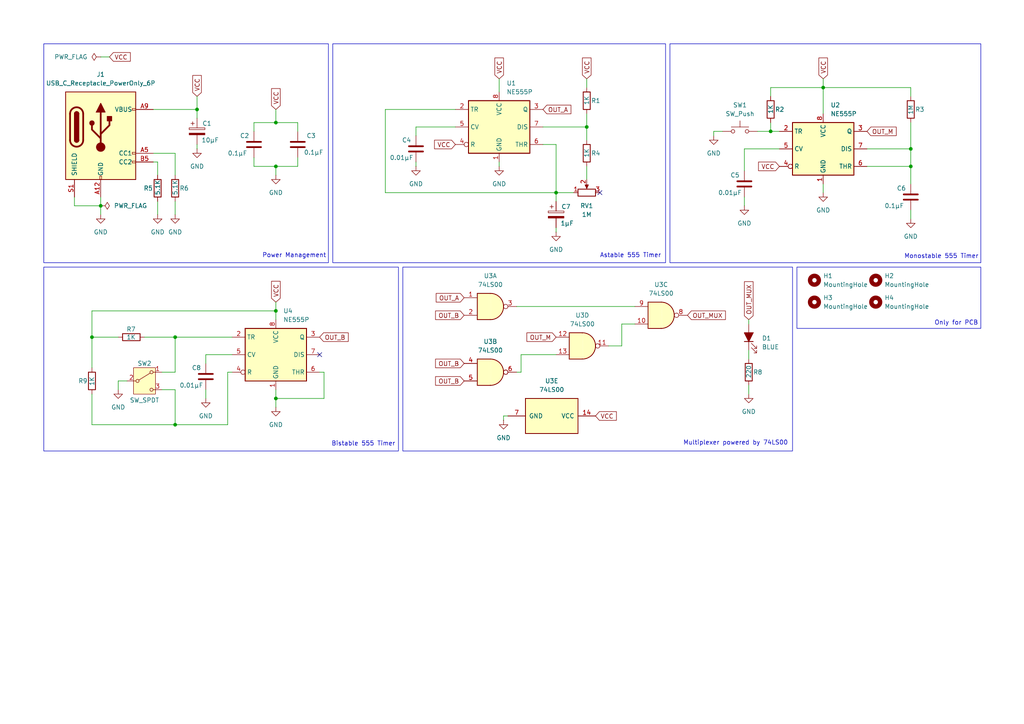
<source format=kicad_sch>
(kicad_sch (version 20250114) (generator "eeschema") (generator_version "9.0")
  (paper "A4")
  (title_block (title "Clock Module powered by 555 Timers") (date "2025-05-01") (rev "v1") (company "Hardware Design by Antonio Bernardini"))
  (lib_symbols
    (symbol "74xx:74LS00" (pin_names (offset 1.016))
      (property "Reference" "U" (at 0 1.27 0))
      (property "Value" "74LS00" (at 0 -1.27 0))
      (symbol "74LS00_1_1"
        (arc (start 0 3.81) (mid 3.7934 0) (end 0 -3.81) (stroke (width 0.254)) (fill (type background)))
        (polyline (pts (xy 0 3.81) (xy -3.81 3.81) (xy -3.81 -3.81) (xy 0 -3.81)) (stroke (width 0.254)) (fill (type background)))
        (pin input line (at -7.62 2.54 0) (length 3.81) (name "~") (number "1"))
        (pin input line (at -7.62 -2.54 0) (length 3.81) (name "~") (number "2"))
        (pin output inverted (at 7.62 0 180) (length 3.81) (name "~") (number "3"))
      )
      (symbol "74LS00_1_2"
        (arc (start -3.81 3.81) (mid -2.589 0) (end -3.81 -3.81) (stroke (width 0.254)))
        (polyline (pts (xy -3.81 3.81) (xy -0.635 3.81)) (stroke (width 0.254)) (fill (type background)))
        (polyline (pts (xy -3.81 -3.81) (xy -0.635 -3.81)) (stroke (width 0.254)) (fill (type background)))
        (arc (start 3.81 0) (mid 2.1855 -2.584) (end -0.6096 -3.81) (stroke (width 0.254)) (fill (type background)))
        (arc (start -0.6096 3.81) (mid 2.1928 2.5924) (end 3.81 0) (stroke (width 0.254)) (fill (type background)))
        (polyline (pts (xy -0.635 3.81) (xy -3.81 3.81) (xy -3.81 3.81) (xy -3.556 3.4036) (xy -3.0226 2.2606) (xy -2.6924 1.0414) (xy -2.6162 -0.254) (xy -2.7686 -1.4986) (xy -3.175 -2.7178) (xy -3.81 -3.81) (xy -3.81 -3.81) (xy -0.635 -3.81)) (stroke (width -25.4)) (fill (type background)))
        (pin input inverted (at -7.62 2.54 0) (length 4.318) (name "~") (number "1"))
        (pin input inverted (at -7.62 -2.54 0) (length 4.318) (name "~") (number "2"))
        (pin output line (at 7.62 0 180) (length 3.81) (name "~") (number "3"))
      )
      (symbol "74LS00_2_1"
        (arc (start 0 3.81) (mid 3.7934 0) (end 0 -3.81) (stroke (width 0.254)) (fill (type background)))
        (polyline (pts (xy 0 3.81) (xy -3.81 3.81) (xy -3.81 -3.81) (xy 0 -3.81)) (stroke (width 0.254)) (fill (type background)))
        (pin input line (at -7.62 2.54 0) (length 3.81) (name "~") (number "4"))
        (pin input line (at -7.62 -2.54 0) (length 3.81) (name "~") (number "5"))
        (pin output inverted (at 7.62 0 180) (length 3.81) (name "~") (number "6"))
      )
      (symbol "74LS00_2_2"
        (arc (start -3.81 3.81) (mid -2.589 0) (end -3.81 -3.81) (stroke (width 0.254)))
        (polyline (pts (xy -3.81 3.81) (xy -0.635 3.81)) (stroke (width 0.254)) (fill (type background)))
        (polyline (pts (xy -3.81 -3.81) (xy -0.635 -3.81)) (stroke (width 0.254)) (fill (type background)))
        (arc (start 3.81 0) (mid 2.1855 -2.584) (end -0.6096 -3.81) (stroke (width 0.254)) (fill (type background)))
        (arc (start -0.6096 3.81) (mid 2.1928 2.5924) (end 3.81 0) (stroke (width 0.254)) (fill (type background)))
        (polyline (pts (xy -0.635 3.81) (xy -3.81 3.81) (xy -3.81 3.81) (xy -3.556 3.4036) (xy -3.0226 2.2606) (xy -2.6924 1.0414) (xy -2.6162 -0.254) (xy -2.7686 -1.4986) (xy -3.175 -2.7178) (xy -3.81 -3.81) (xy -3.81 -3.81) (xy -0.635 -3.81)) (stroke (width -25.4)) (fill (type background)))
        (pin input inverted (at -7.62 2.54 0) (length 4.318) (name "~") (number "4"))
        (pin input inverted (at -7.62 -2.54 0) (length 4.318) (name "~") (number "5"))
        (pin output line (at 7.62 0 180) (length 3.81) (name "~") (number "6"))
      )
      (symbol "74LS00_3_1"
        (arc (start 0 3.81) (mid 3.7934 0) (end 0 -3.81) (stroke (width 0.254)) (fill (type background)))
        (polyline (pts (xy 0 3.81) (xy -3.81 3.81) (xy -3.81 -3.81) (xy 0 -3.81)) (stroke (width 0.254)) (fill (type background)))
        (pin input line (at -7.62 2.54 0) (length 3.81) (name "~") (number "9"))
        (pin input line (at -7.62 -2.54 0) (length 3.81) (name "~") (number "10"))
        (pin output inverted (at 7.62 0 180) (length 3.81) (name "~") (number "8"))
      )
      (symbol "74LS00_3_2"
        (arc (start -3.81 3.81) (mid -2.589 0) (end -3.81 -3.81) (stroke (width 0.254)))
        (polyline (pts (xy -3.81 3.81) (xy -0.635 3.81)) (stroke (width 0.254)) (fill (type background)))
        (polyline (pts (xy -3.81 -3.81) (xy -0.635 -3.81)) (stroke (width 0.254)) (fill (type background)))
        (arc (start 3.81 0) (mid 2.1855 -2.584) (end -0.6096 -3.81) (stroke (width 0.254)) (fill (type background)))
        (arc (start -0.6096 3.81) (mid 2.1928 2.5924) (end 3.81 0) (stroke (width 0.254)) (fill (type background)))
        (polyline (pts (xy -0.635 3.81) (xy -3.81 3.81) (xy -3.81 3.81) (xy -3.556 3.4036) (xy -3.0226 2.2606) (xy -2.6924 1.0414) (xy -2.6162 -0.254) (xy -2.7686 -1.4986) (xy -3.175 -2.7178) (xy -3.81 -3.81) (xy -3.81 -3.81) (xy -0.635 -3.81)) (stroke (width -25.4)) (fill (type background)))
        (pin input inverted (at -7.62 2.54 0) (length 4.318) (name "~") (number "9"))
        (pin input inverted (at -7.62 -2.54 0) (length 4.318) (name "~") (number "10"))
        (pin output line (at 7.62 0 180) (length 3.81) (name "~") (number "8"))
      )
      (symbol "74LS00_4_1"
        (arc (start 0 3.81) (mid 3.7934 0) (end 0 -3.81) (stroke (width 0.254)) (fill (type background)))
        (polyline (pts (xy 0 3.81) (xy -3.81 3.81) (xy -3.81 -3.81) (xy 0 -3.81)) (stroke (width 0.254)) (fill (type background)))
        (pin input line (at -7.62 2.54 0) (length 3.81) (name "~") (number "12"))
        (pin input line (at -7.62 -2.54 0) (length 3.81) (name "~") (number "13"))
        (pin output inverted (at 7.62 0 180) (length 3.81) (name "~") (number "11"))
      )
      (symbol "74LS00_4_2"
        (arc (start -3.81 3.81) (mid -2.589 0) (end -3.81 -3.81) (stroke (width 0.254)))
        (polyline (pts (xy -3.81 3.81) (xy -0.635 3.81)) (stroke (width 0.254)) (fill (type background)))
        (polyline (pts (xy -3.81 -3.81) (xy -0.635 -3.81)) (stroke (width 0.254)) (fill (type background)))
        (arc (start 3.81 0) (mid 2.1855 -2.584) (end -0.6096 -3.81) (stroke (width 0.254)) (fill (type background)))
        (arc (start -0.6096 3.81) (mid 2.1928 2.5924) (end 3.81 0) (stroke (width 0.254)) (fill (type background)))
        (polyline (pts (xy -0.635 3.81) (xy -3.81 3.81) (xy -3.81 3.81) (xy -3.556 3.4036) (xy -3.0226 2.2606) (xy -2.6924 1.0414) (xy -2.6162 -0.254) (xy -2.7686 -1.4986) (xy -3.175 -2.7178) (xy -3.81 -3.81) (xy -3.81 -3.81) (xy -0.635 -3.81)) (stroke (width -25.4)) (fill (type background)))
        (pin input inverted (at -7.62 2.54 0) (length 4.318) (name "~") (number "12"))
        (pin input inverted (at -7.62 -2.54 0) (length 4.318) (name "~") (number "13"))
        (pin output line (at 7.62 0 180) (length 3.81) (name "~") (number "11"))
      )
      (symbol "74LS00_5_0"
        (pin power_in line (at 0 12.7 270) (length 5.08) (name "VCC") (number "14"))
        (pin power_in line (at 0 -12.7 90) (length 5.08) (name "GND") (number "7"))
      )
      (symbol "74LS00_5_1"
        (rectangle (start -5.08 7.62) (end 5.08 -7.62) (stroke (width 0.254)) (fill (type background)))
      )
    )
    (symbol "Connector:USB_C_Receptacle_PowerOnly_6P" (pin_names (offset 1.016))
      (property "Reference" "J" (at 0 16.51 0))
      (property "Value" "USB_C_Receptacle_PowerOnly_6P" (at 0 13.97 0))
      (symbol "USB_C_Receptacle_PowerOnly_6P_0_0"
        (rectangle (start -0.254 -12.7) (end 0.254 -11.684))
        (rectangle (start 10.16 7.874) (end 9.144 7.366))
        (rectangle (start 10.16 -4.826) (end 9.144 -5.334))
        (rectangle (start 10.16 -7.366) (end 9.144 -7.874))
      )
      (symbol "USB_C_Receptacle_PowerOnly_6P_0_1"
        (rectangle (start -10.16 12.7) (end 10.16 -12.7) (stroke (width 0.254)) (fill (type background)))
        (polyline (pts (xy -8.89 -1.27) (xy -8.89 6.35)) (stroke (width 0.508)))
        (rectangle (start -7.62 -1.27) (end -6.35 6.35) (stroke (width 0.254)) (fill (type outline)))
        (arc (start -7.62 6.35) (mid -6.985 6.9823) (end -6.35 6.35) (stroke (width 0.254)))
        (arc (start -7.62 6.35) (mid -6.985 6.9823) (end -6.35 6.35) (stroke (width 0.254)) (fill (type outline)))
        (arc (start -8.89 6.35) (mid -6.985 8.2467) (end -5.08 6.35) (stroke (width 0.508)))
        (arc (start -5.08 -1.27) (mid -6.985 -3.1667) (end -8.89 -1.27) (stroke (width 0.508)))
        (arc (start -6.35 -1.27) (mid -6.985 -1.9023) (end -7.62 -1.27) (stroke (width 0.254)))
        (arc (start -6.35 -1.27) (mid -6.985 -1.9023) (end -7.62 -1.27) (stroke (width 0.254)) (fill (type outline)))
        (polyline (pts (xy -5.08 6.35) (xy -5.08 -1.27)) (stroke (width 0.508)))
        (circle (center -2.54 3.683) (radius 0.635) (stroke (width 0.254)) (fill (type outline)))
        (polyline (pts (xy -1.27 6.858) (xy 0 9.398) (xy 1.27 6.858) (xy -1.27 6.858)) (stroke (width 0.254)) (fill (type outline)))
        (polyline (pts (xy 0 0.508) (xy 2.54 3.048) (xy 2.54 4.318)) (stroke (width 0.508)))
        (polyline (pts (xy 0 -0.762) (xy -2.54 1.778) (xy -2.54 3.048)) (stroke (width 0.508)))
        (polyline (pts (xy 0 -3.302) (xy 0 6.858)) (stroke (width 0.508)))
        (circle (center 0 -3.302) (radius 1.27) (fill (type outline)))
        (rectangle (start 1.905 4.318) (end 3.175 5.588) (stroke (width 0.254)) (fill (type outline)))
      )
      (symbol "USB_C_Receptacle_PowerOnly_6P_1_1"
        (pin passive line (at -7.62 -17.78 90) (length 5.08) (name "SHIELD") (number "S1"))
        (pin passive line (at 0 -17.78 90) (length 5.08) (name "GND") (number "A12"))
        (pin passive line (at 0 -17.78 90) (length 5.08) (hide yes) (name "GND") (number "B12"))
        (pin passive line (at 15.24 7.62 180) (length 5.08) (name "VBUS") (number "A9"))
        (pin passive line (at 15.24 7.62 180) (length 5.08) (hide yes) (name "VBUS") (number "B9"))
        (pin bidirectional line (at 15.24 -5.08 180) (length 5.08) (name "CC1") (number "A5"))
        (pin bidirectional line (at 15.24 -7.62 180) (length 5.08) (name "CC2") (number "B5"))
      )
    )
    (symbol "Device:C" (pin_numbers (hide yes)) (pin_names (offset 0.254))
      (property "Reference" "C" (at 0.635 2.54 0))
      (property "Value" "C" (at 0.635 -2.54 0))
      (symbol "C_0_1"
        (polyline (pts (xy -2.032 0.762) (xy 2.032 0.762)) (stroke (width 0.508)))
        (polyline (pts (xy -2.032 -0.762) (xy 2.032 -0.762)) (stroke (width 0.508)))
      )
      (symbol "C_1_1"
        (pin passive line (at 0 3.81 270) (length 2.794) (name "~") (number "1"))
        (pin passive line (at 0 -3.81 90) (length 2.794) (name "~") (number "2"))
      )
    )
    (symbol "Device:C_Polarized" (pin_numbers (hide yes)) (pin_names (offset 0.254))
      (property "Reference" "C" (at 0.635 2.54 0))
      (property "Value" "C_Polarized" (at 0.635 -2.54 0))
      (symbol "C_Polarized_0_1"
        (rectangle (start -2.286 0.508) (end 2.286 1.016))
        (polyline (pts (xy -1.778 2.286) (xy -0.762 2.286)))
        (polyline (pts (xy -1.27 2.794) (xy -1.27 1.778)))
        (rectangle (start 2.286 -0.508) (end -2.286 -1.016) (fill (type outline)))
      )
      (symbol "C_Polarized_1_1"
        (pin passive line (at 0 3.81 270) (length 2.794) (name "~") (number "1"))
        (pin passive line (at 0 -3.81 90) (length 2.794) (name "~") (number "2"))
      )
    )
    (symbol "Device:LED_Filled" (pin_numbers (hide yes)) (pin_names (offset 1.016) (hide yes))
      (property "Reference" "D" (at 0 2.54 0))
      (property "Value" "LED_Filled" (at 0 -2.54 0))
      (property "Sim.Pins" "1=K 2=A" (at 0 0 0))
      (symbol "LED_Filled_0_1"
        (polyline (pts (xy -3.048 -0.762) (xy -4.572 -2.286) (xy -3.81 -2.286) (xy -4.572 -2.286) (xy -4.572 -1.524)))
        (polyline (pts (xy -1.778 -0.762) (xy -3.302 -2.286) (xy -2.54 -2.286) (xy -3.302 -2.286) (xy -3.302 -1.524)))
        (polyline (pts (xy -1.27 0) (xy 1.27 0)))
        (polyline (pts (xy -1.27 -1.27) (xy -1.27 1.27)) (stroke (width 0.254)))
        (polyline (pts (xy 1.27 -1.27) (xy 1.27 1.27) (xy -1.27 0) (xy 1.27 -1.27)) (stroke (width 0.254)) (fill (type outline)))
      )
      (symbol "LED_Filled_1_1"
        (pin passive line (at -3.81 0 0) (length 2.54) (name "K") (number "1"))
        (pin passive line (at 3.81 0 180) (length 2.54) (name "A") (number "2"))
      )
    )
    (symbol "Device:R" (pin_numbers (hide yes)) (pin_names (offset 0))
      (property "Reference" "R" (at 2.032 0 90))
      (property "Value" "R" (at 0 0 90))
      (symbol "R_0_1"
        (rectangle (start -1.016 -2.54) (end 1.016 2.54) (stroke (width 0.254)))
      )
      (symbol "R_1_1"
        (pin passive line (at 0 3.81 270) (length 1.27) (name "~") (number "1"))
        (pin passive line (at 0 -3.81 90) (length 1.27) (name "~") (number "2"))
      )
    )
    (symbol "Device:R_Potentiometer" (pin_names (offset 1.016) (hide yes))
      (property "Reference" "RV" (at -4.445 0 90))
      (property "Value" "R_Potentiometer" (at -2.54 0 90))
      (symbol "R_Potentiometer_0_1"
        (rectangle (start 1.016 2.54) (end -1.016 -2.54) (stroke (width 0.254)))
        (polyline (pts (xy 1.143 0) (xy 2.286 0.508) (xy 2.286 -0.508) (xy 1.143 0)) (fill (type outline)))
        (polyline (pts (xy 2.54 0) (xy 1.524 0)))
      )
      (symbol "R_Potentiometer_1_1"
        (pin passive line (at 0 3.81 270) (length 1.27) (name "1") (number "1"))
        (pin passive line (at 0 -3.81 90) (length 1.27) (name "3") (number "3"))
        (pin passive line (at 3.81 0 180) (length 1.27) (name "2") (number "2"))
      )
    )
    (symbol "Mechanical:MountingHole" (pin_names (offset 1.016)) (in_bom no)
      (property "Reference" "H" (at 0 5.08 0))
      (property "Value" "MountingHole" (at 0 3.175 0))
      (symbol "MountingHole_0_1"
        (circle (center 0 0) (radius 1.27) (stroke (width 1.27)))
      )
    )
    (symbol "Switch:SW_Push" (pin_numbers (hide yes)) (pin_names (offset 1.016) (hide yes))
      (property "Reference" "SW" (at 1.27 2.54 0))
      (property "Value" "SW_Push" (at 0 -1.524 0))
      (symbol "SW_Push_0_1"
        (circle (center -2.032 0) (radius 0.508))
        (polyline (pts (xy 0 1.27) (xy 0 3.048)))
        (circle (center 2.032 0) (radius 0.508))
        (polyline (pts (xy 2.54 1.27) (xy -2.54 1.27)))
        (pin passive line (at -5.08 0 0) (length 2.54) (name "1") (number "1"))
        (pin passive line (at 5.08 0 180) (length 2.54) (name "2") (number "2"))
      )
    )
    (symbol "Switch:SW_SPDT" (pin_names (offset 0) (hide yes))
      (property "Reference" "SW" (at 0 5.08 0))
      (property "Value" "SW_SPDT" (at 0 -5.08 0))
      (symbol "SW_SPDT_0_1"
        (circle (center -2.032 0) (radius 0.4572))
        (polyline (pts (xy -1.651 0.254) (xy 1.651 2.286)))
        (circle (center 2.032 2.54) (radius 0.4572))
        (circle (center 2.032 -2.54) (radius 0.4572))
      )
      (symbol "SW_SPDT_1_1"
        (rectangle (start -3.175 3.81) (end 3.175 -3.81) (fill (type background)))
        (pin passive line (at -5.08 0 0) (length 2.54) (name "B") (number "2"))
        (pin passive line (at 5.08 2.54 180) (length 2.54) (name "A") (number "1"))
        (pin passive line (at 5.08 -2.54 180) (length 2.54) (name "C") (number "3"))
      )
    )
    (symbol "Timer:NE555P"
      (property "Reference" "U" (at -10.16 8.89 0))
      (property "Value" "NE555P" (at 2.54 8.89 0))
      (symbol "NE555P_0_0"
        (pin power_in line (at 0 10.16 270) (length 2.54) (name "VCC") (number "8"))
        (pin power_in line (at 0 -10.16 90) (length 2.54) (name "GND") (number "1"))
      )
      (symbol "NE555P_0_1"
        (rectangle (start -8.89 -7.62) (end 8.89 7.62) (stroke (width 0.254)) (fill (type background)))
        (rectangle (start -8.89 -7.62) (end 8.89 7.62) (stroke (width 0.254)) (fill (type background)))
      )
      (symbol "NE555P_1_1"
        (pin input line (at -12.7 5.08 0) (length 3.81) (name "TR") (number "2"))
        (pin input line (at -12.7 0 0) (length 3.81) (name "CV") (number "5"))
        (pin input inverted (at -12.7 -5.08 0) (length 3.81) (name "R") (number "4"))
        (pin output line (at 12.7 5.08 180) (length 3.81) (name "Q") (number "3"))
        (pin input line (at 12.7 0 180) (length 3.81) (name "DIS") (number "7"))
        (pin input line (at 12.7 -5.08 180) (length 3.81) (name "THR") (number "6"))
      )
    )
    (symbol "power:GND" (power) (pin_numbers (hide yes)) (pin_names (offset 0) (hide yes))
      (property "Value" "GND" (at 0 -3.81 0))
      (symbol "GND_0_1"
        (polyline (pts (xy 0 0) (xy 0 -1.27) (xy 1.27 -1.27) (xy 0 -2.54) (xy -1.27 -1.27) (xy 0 -1.27)))
      )
      (symbol "GND_1_1"
        (pin power_in line (at 0 0 270) (length 0) (name "~") (number "1"))
      )
    )
    (symbol "power:PWR_FLAG" (power) (pin_numbers (hide yes)) (pin_names (offset 0) (hide yes))
      (property "Value" "PWR_FLAG" (at 0 3.81 0))
      (symbol "PWR_FLAG_0_0"
        (pin power_out line (at 0 0 90) (length 0) (name "~") (number "1"))
      )
      (symbol "PWR_FLAG_0_1"
        (polyline (pts (xy 0 0) (xy 0 1.27) (xy -1.016 1.905) (xy 0 2.54) (xy 1.016 1.905) (xy 0 1.27)))
      )
    )
  )
  (rectangle (start 231.14 77.47) (end 284.48 95.25))
  (rectangle (start 12.7 12.7) (end 95.25 76.2))
  (rectangle (start 194.31 12.7) (end 284.48 76.2))
  (rectangle (start 96.52 12.7) (end 193.04 76.2))
  (rectangle (start 12.7 77.47) (end 115.57 130.81))
  (rectangle (start 116.84 77.47) (end 229.87 130.81))
  (text "Power Management" (at 85.344 74.168 0) (effects (font (size 1.27 1.27))))
  (text "Bistable 555 Timer" (at 105.41 128.778 0) (effects (font (size 1.27 1.27))))
  (text "Only for PCB" (at 277.368 93.726 0) (effects (font (size 1.27 1.27))))
  (text "Multiplexer powered by 74LS00" (at 213.36 128.524 0) (effects (font (size 1.27 1.27))))
  (text "Monostable 555 Timer" (at 273.05 74.422 0) (effects (font (size 1.27 1.27))))
  (text "Astable 555 Timer" (at 182.88 74.168 0) (effects (font (size 1.27 1.27))))
  (junction (at 238.76 25.4))
  (junction (at 264.16 48.26))
  (junction (at 80.01 115.57))
  (junction (at 26.67 97.79))
  (junction (at 50.8 97.79))
  (junction (at 80.01 35.56))
  (junction (at 80.01 48.26))
  (junction (at 50.8 123.19))
  (junction (at 223.52 38.1))
  (junction (at 170.18 36.83))
  (junction (at 264.16 43.18))
  (junction (at 29.21 59.69))
  (junction (at 57.15 31.75))
  (junction (at 80.01 90.17))
  (junction (at 161.29 55.88))
  (no_connect (at 173.99 55.88))
  (no_connect (at 92.71 102.87))
  (wire (pts (xy 120.65 39.37) (xy 120.65 36.83)))
  (wire (pts (xy 73.66 48.26) (xy 80.01 48.26)))
  (wire (pts (xy 161.29 67.31) (xy 161.29 66.04)))
  (wire (pts (xy 34.29 113.03) (xy 34.29 110.49)))
  (wire (pts (xy 223.52 25.4) (xy 238.76 25.4)))
  (wire (pts (xy 59.69 105.41) (xy 59.69 102.87)))
  (wire (pts (xy 166.37 55.88) (xy 161.29 55.88)))
  (wire (pts (xy 264.16 27.94) (xy 264.16 25.4)))
  (wire (pts (xy 46.99 107.95) (xy 50.8 107.95)))
  (wire (pts (xy 26.67 123.19) (xy 50.8 123.19)))
  (wire (pts (xy 264.16 43.18) (xy 251.46 43.18)))
  (wire (pts (xy 50.8 58.42) (xy 50.8 62.23)))
  (wire (pts (xy 215.9 43.18) (xy 226.06 43.18)))
  (wire (pts (xy 26.67 90.17) (xy 26.67 97.79)))
  (wire (pts (xy 50.8 107.95) (xy 50.8 97.79)))
  (wire (pts (xy 111.76 31.75) (xy 111.76 55.88)))
  (wire (pts (xy 50.8 44.45) (xy 50.8 50.8)))
  (wire (pts (xy 264.16 25.4) (xy 238.76 25.4)))
  (wire (pts (xy 80.01 87.63) (xy 80.01 90.17)))
  (wire (pts (xy 132.08 31.75) (xy 111.76 31.75)))
  (wire (pts (xy 80.01 35.56) (xy 80.01 31.75)))
  (wire (pts (xy 26.67 114.3) (xy 26.67 123.19)))
  (wire (pts (xy 146.05 120.65) (xy 147.32 120.65)))
  (wire (pts (xy 238.76 25.4) (xy 238.76 33.02)))
  (wire (pts (xy 50.8 113.03) (xy 50.8 123.19)))
  (wire (pts (xy 21.59 59.69) (xy 29.21 59.69)))
  (wire (pts (xy 111.76 55.88) (xy 161.29 55.88)))
  (wire (pts (xy 50.8 123.19) (xy 66.04 123.19)))
  (wire (pts (xy 44.45 31.75) (xy 57.15 31.75)))
  (wire (pts (xy 46.99 113.03) (xy 50.8 113.03)))
  (wire (pts (xy 93.98 107.95) (xy 93.98 115.57)))
  (wire (pts (xy 151.13 102.87) (xy 161.29 102.87)))
  (wire (pts (xy 144.78 22.86) (xy 144.78 26.67)))
  (wire (pts (xy 217.17 92.71) (xy 217.17 93.98)))
  (wire (pts (xy 161.29 41.91) (xy 157.48 41.91)))
  (wire (pts (xy 180.34 100.33) (xy 180.34 93.98)))
  (wire (pts (xy 144.78 46.99) (xy 144.78 48.26)))
  (wire (pts (xy 223.52 35.56) (xy 223.52 38.1)))
  (wire (pts (xy 44.45 44.45) (xy 50.8 44.45)))
  (wire (pts (xy 219.71 38.1) (xy 223.52 38.1)))
  (wire (pts (xy 80.01 115.57) (xy 93.98 115.57)))
  (wire (pts (xy 86.36 45.72) (xy 86.36 48.26)))
  (wire (pts (xy 207.01 38.1) (xy 209.55 38.1)))
  (wire (pts (xy 264.16 35.56) (xy 264.16 43.18)))
  (wire (pts (xy 26.67 97.79) (xy 34.29 97.79)))
  (wire (pts (xy 180.34 93.98) (xy 184.15 93.98)))
  (wire (pts (xy 86.36 38.1) (xy 86.36 35.56)))
  (wire (pts (xy 217.17 101.6) (xy 217.17 104.14)))
  (wire (pts (xy 238.76 53.34) (xy 238.76 55.88)))
  (wire (pts (xy 80.01 90.17) (xy 80.01 92.71)))
  (wire (pts (xy 66.04 107.95) (xy 67.31 107.95)))
  (wire (pts (xy 157.48 36.83) (xy 170.18 36.83)))
  (wire (pts (xy 161.29 55.88) (xy 161.29 41.91)))
  (wire (pts (xy 86.36 35.56) (xy 80.01 35.56)))
  (wire (pts (xy 151.13 107.95) (xy 151.13 102.87)))
  (wire (pts (xy 45.72 46.99) (xy 45.72 50.8)))
  (wire (pts (xy 73.66 45.72) (xy 73.66 48.26)))
  (wire (pts (xy 21.59 57.15) (xy 21.59 59.69)))
  (wire (pts (xy 86.36 48.26) (xy 80.01 48.26)))
  (wire (pts (xy 149.86 107.95) (xy 151.13 107.95)))
  (wire (pts (xy 264.16 60.96) (xy 264.16 63.5)))
  (wire (pts (xy 149.86 88.9) (xy 184.15 88.9)))
  (wire (pts (xy 80.01 113.03) (xy 80.01 115.57)))
  (wire (pts (xy 45.72 58.42) (xy 45.72 62.23)))
  (wire (pts (xy 80.01 115.57) (xy 80.01 118.11)))
  (wire (pts (xy 57.15 31.75) (xy 57.15 34.29)))
  (wire (pts (xy 223.52 38.1) (xy 226.06 38.1)))
  (wire (pts (xy 57.15 41.91) (xy 57.15 43.18)))
  (wire (pts (xy 73.66 38.1) (xy 73.66 35.56)))
  (wire (pts (xy 223.52 27.94) (xy 223.52 25.4)))
  (wire (pts (xy 207.01 39.37) (xy 207.01 38.1)))
  (wire (pts (xy 26.67 90.17) (xy 80.01 90.17)))
  (wire (pts (xy 93.98 107.95) (xy 92.71 107.95)))
  (wire (pts (xy 29.21 59.69) (xy 29.21 62.23)))
  (wire (pts (xy 215.9 49.53) (xy 215.9 43.18)))
  (wire (pts (xy 170.18 36.83) (xy 170.18 40.64)))
  (wire (pts (xy 29.21 16.51) (xy 31.75 16.51)))
  (wire (pts (xy 59.69 102.87) (xy 67.31 102.87)))
  (wire (pts (xy 251.46 48.26) (xy 264.16 48.26)))
  (wire (pts (xy 170.18 36.83) (xy 170.18 33.02)))
  (wire (pts (xy 66.04 123.19) (xy 66.04 107.95)))
  (wire (pts (xy 41.91 97.79) (xy 50.8 97.79)))
  (wire (pts (xy 146.05 120.65) (xy 146.05 121.92)))
  (wire (pts (xy 34.29 110.49) (xy 36.83 110.49)))
  (wire (pts (xy 73.66 35.56) (xy 80.01 35.56)))
  (wire (pts (xy 80.01 48.26) (xy 80.01 50.8)))
  (wire (pts (xy 238.76 22.86) (xy 238.76 25.4)))
  (wire (pts (xy 170.18 48.26) (xy 170.18 52.07)))
  (wire (pts (xy 120.65 46.99) (xy 120.65 48.26)))
  (wire (pts (xy 44.45 46.99) (xy 45.72 46.99)))
  (wire (pts (xy 170.18 22.86) (xy 170.18 25.4)))
  (wire (pts (xy 217.17 111.76) (xy 217.17 114.3)))
  (wire (pts (xy 29.21 57.15) (xy 29.21 59.69)))
  (wire (pts (xy 176.53 100.33) (xy 180.34 100.33)))
  (wire (pts (xy 50.8 97.79) (xy 67.31 97.79)))
  (wire (pts (xy 264.16 48.26) (xy 264.16 43.18)))
  (wire (pts (xy 264.16 48.26) (xy 264.16 53.34)))
  (wire (pts (xy 120.65 36.83) (xy 132.08 36.83)))
  (wire (pts (xy 26.67 106.68) (xy 26.67 97.79)))
  (wire (pts (xy 215.9 57.15) (xy 215.9 59.69)))
  (wire (pts (xy 57.15 27.94) (xy 57.15 31.75)))
  (wire (pts (xy 161.29 55.88) (xy 161.29 58.42)))
  (wire (pts (xy 59.69 113.03) (xy 59.69 115.57)))
  (global_label "OUT_B" (shape input) (at 134.62 91.44 180) (property "Intersheetrefs" "${INTERSHEET_REFS}" (effects (hide yes))))
  (global_label "VCC" (shape input) (at 170.18 22.86 90) (property "Intersheetrefs" "${INTERSHEET_REFS}" (effects (hide yes))))
  (global_label "VCC" (shape input) (at 31.75 16.51 0) (property "Intersheetrefs" "${INTERSHEET_REFS}" (effects (hide yes))))
  (global_label "OUT_A" (shape input) (at 157.48 31.75 0) (property "Intersheetrefs" "${INTERSHEET_REFS}" (effects (hide yes))))
  (global_label "VCC" (shape input) (at 80.01 87.63 90) (property "Intersheetrefs" "${INTERSHEET_REFS}" (effects (hide yes))))
  (global_label "OUT_B" (shape input) (at 92.71 97.79 0) (property "Intersheetrefs" "${INTERSHEET_REFS}" (effects (hide yes))))
  (global_label "OUT_B" (shape input) (at 134.62 105.41 180) (property "Intersheetrefs" "${INTERSHEET_REFS}" (effects (hide yes))))
  (global_label "VCC" (shape input) (at 172.72 120.65 0) (property "Intersheetrefs" "${INTERSHEET_REFS}" (effects (hide yes))))
  (global_label "OUT_B" (shape input) (at 134.62 110.49 180) (property "Intersheetrefs" "${INTERSHEET_REFS}" (effects (hide yes))))
  (global_label "VCC" (shape input) (at 238.76 22.86 90) (property "Intersheetrefs" "${INTERSHEET_REFS}" (effects (hide yes))))
  (global_label "OUT_A" (shape input) (at 134.62 86.36 180) (property "Intersheetrefs" "${INTERSHEET_REFS}" (effects (hide yes))))
  (global_label "VCC" (shape input) (at 57.15 27.94 90) (property "Intersheetrefs" "${INTERSHEET_REFS}" (effects (hide yes))))
  (global_label "VCC" (shape input) (at 144.78 22.86 90) (property "Intersheetrefs" "${INTERSHEET_REFS}" (effects (hide yes))))
  (global_label "OUT_MUX" (shape input) (at 217.17 92.71 90) (property "Intersheetrefs" "${INTERSHEET_REFS}" (effects (hide yes))))
  (global_label "OUT_M" (shape input) (at 161.29 97.79 180) (property "Intersheetrefs" "${INTERSHEET_REFS}" (effects (hide yes))))
  (global_label "VCC" (shape input) (at 226.06 48.26 180) (property "Intersheetrefs" "${INTERSHEET_REFS}" (effects (hide yes))))
  (global_label "OUT_M" (shape input) (at 251.46 38.1 0) (property "Intersheetrefs" "${INTERSHEET_REFS}" (effects (hide yes))))
  (global_label "VCC" (shape input) (at 132.08 41.91 180) (property "Intersheetrefs" "${INTERSHEET_REFS}" (effects (hide yes))))
  (global_label "VCC" (shape input) (at 80.01 31.75 90) (property "Intersheetrefs" "${INTERSHEET_REFS}" (effects (hide yes))))
  (global_label "OUT_MUX" (shape input) (at 199.39 91.44 0) (property "Intersheetrefs" "${INTERSHEET_REFS}" (effects (hide yes))))
  (symbol (lib_id "Device:C") (at 73.66 41.91 0) (unit 1)
    (property "Reference" "C2" (at 69.596 39.37 0) (effects (justify left)))
    (property "Value" "0.1µF" (at 66.04 44.45 0) (effects (justify left)))
    (property "Footprint" "Capacitor_THT:C_Disc_D4.3mm_W1.9mm_P5.00mm" (effects (hide yes)))
    (property "Description" "Unpolarized capacitor" (effects (hide yes)))
  )
  (symbol (lib_id "Switch:SW_SPDT") (at 41.91 110.49 0) (unit 1)
    (property "Reference" "SW2" (at 41.91 105.41 0))
    (property "Value" "SW_SPDT" (at 41.91 116.078 0))
    (property "Footprint" "custom-footprints:DPDT-pushbutton" (effects (hide yes)))
    (property "Description" "Switch, single pole double throw" (effects (hide yes)))
  )
  (symbol (lib_id "Mechanical:MountingHole") (at 236.22 81.28 0) (unit 1) (in_bom no)
    (property "Reference" "H1" (at 238.76 80.0099 0) (effects (justify left)))
    (property "Value" "MountingHole" (at 238.76 82.5499 0) (effects (justify left)))
    (property "Footprint" "MountingHole:MountingHole_3.2mm_M3" (effects (hide yes)))
    (property "Description" "Mounting Hole without connection" (effects (hide yes)))
  )
  (symbol (lib_id "Timer:NE555P") (at 144.78 36.83 0) (unit 1)
    (property "Reference" "U1" (at 146.9233 24.13 0) (effects (justify left)))
    (property "Value" "NE555P" (at 146.9233 26.67 0) (effects (justify left)))
    (property "Footprint" "Package_DIP:DIP-8_W7.62mm" (effects (hide yes)))
    (property "Datasheet" "http://www.ti.com/lit/ds/symlink/ne555.pdf" (effects (hide yes)))
    (property "Description" "Precision Timers, 555 compatible,  PDIP-8" (effects (hide yes)))
  )
  (symbol (lib_id "Timer:NE555P") (at 238.76 43.18 0) (unit 1)
    (property "Reference" "U2" (at 240.9033 30.48 0) (effects (justify left)))
    (property "Value" "NE555P" (at 240.9033 33.02 0) (effects (justify left)))
    (property "Footprint" "Package_DIP:DIP-8_W7.62mm" (effects (hide yes)))
    (property "Datasheet" "http://www.ti.com/lit/ds/symlink/ne555.pdf" (effects (hide yes)))
    (property "Description" "Precision Timers, 555 compatible,  PDIP-8" (effects (hide yes)))
  )
  (symbol (lib_id "Device:LED_Filled") (at 217.17 97.79 90) (unit 1)
    (property "Reference" "D1" (at 220.98 98.1074 90) (effects (justify right)))
    (property "Value" "BLUE" (at 220.98 100.6474 90) (effects (justify right)))
    (property "Footprint" "LED_THT:LED_D5.0mm" (effects (hide yes)))
    (property "Description" "Light emitting diode, filled shape" (effects (hide yes)))
    (property "Sim.Pins" "1=K 2=A" (effects (hide yes)))
  )
  (symbol (lib_id "Mechanical:MountingHole") (at 236.22 87.63 0) (unit 1) (in_bom no)
    (property "Reference" "H3" (at 238.76 86.3599 0) (effects (justify left)))
    (property "Value" "MountingHole" (at 238.76 88.8999 0) (effects (justify left)))
    (property "Footprint" "MountingHole:MountingHole_3.2mm_M3" (effects (hide yes)))
    (property "Description" "Mounting Hole without connection" (effects (hide yes)))
  )
  (symbol (lib_id "power:GND") (at 146.05 121.92 0) (unit 1)
    (property "Reference" "#PWR017" (effects (hide yes)))
    (property "Value" "GND" (at 146.05 127 0))
    (property "Description" "Power symbol creates a global label with name \"GND\" , ground" (effects (hide yes)))
  )
  (symbol (lib_id "power:GND") (at 120.65 48.26 0) (unit 1)
    (property "Reference" "#PWR03" (effects (hide yes)))
    (property "Value" "GND" (at 120.65 53.34 0))
    (property "Description" "Power symbol creates a global label with name \"GND\" , ground" (effects (hide yes)))
  )
  (symbol (lib_id "Mechanical:MountingHole") (at 254 87.63 0) (unit 1) (in_bom no)
    (property "Reference" "H4" (at 256.54 86.3599 0) (effects (justify left)))
    (property "Value" "MountingHole" (at 256.54 88.8999 0) (effects (justify left)))
    (property "Footprint" "MountingHole:MountingHole_3.2mm_M3" (effects (hide yes)))
    (property "Description" "Mounting Hole without connection" (effects (hide yes)))
  )
  (symbol (lib_id "74xx:74LS00") (at 142.24 88.9 0) (unit 1)
    (property "Reference" "U3" (at 142.2317 80.01 0))
    (property "Value" "74LS00" (at 142.2317 82.55 0))
    (property "Footprint" "Package_DIP:DIP-14_W7.62mm" (effects (hide yes)))
    (property "Datasheet" "http://www.ti.com/lit/gpn/sn74ls00" (effects (hide yes)))
    (property "Description" "quad 2-input NAND gate" (effects (hide yes)))
  )
  (symbol (lib_id "power:GND") (at 264.16 63.5 0) (unit 1)
    (property "Reference" "#PWR011" (effects (hide yes)))
    (property "Value" "GND" (at 264.16 68.58 0))
    (property "Description" "Power symbol creates a global label with name \"GND\" , ground" (effects (hide yes)))
  )
  (symbol (lib_id "power:GND") (at 215.9 59.69 0) (unit 1)
    (property "Reference" "#PWR07" (effects (hide yes)))
    (property "Value" "GND" (at 215.9 64.77 0))
    (property "Description" "Power symbol creates a global label with name \"GND\" , ground" (effects (hide yes)))
  )
  (symbol (lib_id "power:GND") (at 207.01 39.37 0) (unit 1)
    (property "Reference" "#PWR01" (effects (hide yes)))
    (property "Value" "GND" (at 207.01 44.45 0))
    (property "Description" "Power symbol creates a global label with name \"GND\" , ground" (effects (hide yes)))
  )
  (symbol (lib_id "power:GND") (at 57.15 43.18 0) (unit 1)
    (property "Reference" "#PWR02" (effects (hide yes)))
    (property "Value" "GND" (at 57.15 48.26 0))
    (property "Description" "Power symbol creates a global label with name \"GND\" , ground" (effects (hide yes)))
  )
  (symbol (lib_id "power:PWR_FLAG") (at 29.21 59.69 270) (unit 1)
    (property "Reference" "#FLG02" (effects (hide yes)))
    (property "Value" "PWR_FLAG" (at 33.02 59.6899 90) (effects (justify left)))
    (property "Description" "Special symbol for telling ERC where power comes from" (effects (hide yes)))
  )
  (symbol (lib_id "Timer:NE555P") (at 80.01 102.87 0) (unit 1)
    (property "Reference" "U4" (at 82.1533 90.17 0) (effects (justify left)))
    (property "Value" "NE555P" (at 82.1533 92.71 0) (effects (justify left)))
    (property "Footprint" "Package_DIP:DIP-8_W7.62mm" (effects (hide yes)))
    (property "Datasheet" "http://www.ti.com/lit/ds/symlink/ne555.pdf" (effects (hide yes)))
    (property "Description" "Precision Timers, 555 compatible,  PDIP-8" (effects (hide yes)))
  )
  (symbol (lib_id "power:GND") (at 50.8 62.23 0) (unit 1)
    (property "Reference" "#PWR010" (effects (hide yes)))
    (property "Value" "GND" (at 50.8 67.31 0))
    (property "Description" "Power symbol creates a global label with name \"GND\" , ground" (effects (hide yes)))
  )
  (symbol (lib_id "power:GND") (at 45.72 62.23 0) (unit 1)
    (property "Reference" "#PWR09" (effects (hide yes)))
    (property "Value" "GND" (at 45.72 67.31 0))
    (property "Description" "Power symbol creates a global label with name \"GND\" , ground" (effects (hide yes)))
  )
  (symbol (lib_id "Device:C") (at 59.69 109.22 0) (unit 1)
    (property "Reference" "C8" (at 55.626 106.68 0) (effects (justify left)))
    (property "Value" "0.01µF" (at 52.07 111.76 0) (effects (justify left)))
    (property "Footprint" "Capacitor_THT:C_Disc_D4.3mm_W1.9mm_P5.00mm" (effects (hide yes)))
    (property "Description" "Unpolarized capacitor" (effects (hide yes)))
  )
  (symbol (lib_id "Device:C") (at 264.16 57.15 0) (unit 1)
    (property "Reference" "C6" (at 260.096 54.61 0) (effects (justify left)))
    (property "Value" "0.1µF" (at 256.54 59.69 0) (effects (justify left)))
    (property "Footprint" "Capacitor_THT:C_Disc_D4.3mm_W1.9mm_P5.00mm" (effects (hide yes)))
    (property "Description" "Unpolarized capacitor" (effects (hide yes)))
  )
  (symbol (lib_id "Device:C_Polarized") (at 57.15 38.1 0) (unit 1)
    (property "Reference" "C1" (at 58.674 35.814 0) (effects (justify left)))
    (property "Value" "10µF" (at 58.42 40.64 0) (effects (justify left)))
    (property "Footprint" "Capacitor_THT:CP_Radial_D5.0mm_P2.00mm" (effects (hide yes)))
    (property "Description" "Polarized capacitor" (effects (hide yes)))
  )
  (symbol (lib_id "power:PWR_FLAG") (at 29.21 16.51 90) (unit 1)
    (property "Reference" "#FLG01" (effects (hide yes)))
    (property "Value" "PWR_FLAG" (at 25.4 16.5099 90) (effects (justify left)))
    (property "Description" "Special symbol for telling ERC where power comes from" (effects (hide yes)))
  )
  (symbol (lib_id "Device:R_Potentiometer") (at 170.18 55.88 90) (unit 1)
    (property "Reference" "RV1" (at 170.18 59.69 90))
    (property "Value" "1M" (at 170.18 62.23 90))
    (property "Footprint" "Potentiometer_THT:Potentiometer_Bourns_PTV09A-1_Single_Vertical" (effects (hide yes)))
    (property "Description" "Potentiometer" (effects (hide yes)))
  )
  (symbol (lib_id "Device:R") (at 170.18 29.21 0) (unit 1)
    (property "Reference" "R1" (at 171.45 29.21 0) (effects (justify left)))
    (property "Value" "1K" (at 170.18 30.48 90) (effects (justify left)))
    (property "Footprint" "Resistor_THT:R_Axial_DIN0207_L6.3mm_D2.5mm_P7.62mm_Horizontal" (effects (hide yes)))
    (property "Description" "Resistor" (effects (hide yes)))
  )
  (symbol (lib_id "Device:C") (at 120.65 43.18 0) (unit 1)
    (property "Reference" "C4" (at 116.586 40.64 0) (effects (justify left)))
    (property "Value" "0.01µF" (at 113.03 45.72 0) (effects (justify left)))
    (property "Footprint" "Capacitor_THT:C_Disc_D4.3mm_W1.9mm_P5.00mm" (effects (hide yes)))
    (property "Description" "Unpolarized capacitor" (effects (hide yes)))
  )
  (symbol (lib_id "Device:R") (at 170.18 44.45 0) (unit 1)
    (property "Reference" "R4" (at 171.45 44.45 0) (effects (justify left)))
    (property "Value" "1K" (at 170.18 45.72 90) (effects (justify left)))
    (property "Footprint" "Resistor_THT:R_Axial_DIN0207_L6.3mm_D2.5mm_P7.62mm_Horizontal" (effects (hide yes)))
    (property "Description" "Resistor" (effects (hide yes)))
  )
  (symbol (lib_id "power:GND") (at 161.29 67.31 0) (unit 1)
    (property "Reference" "#PWR012" (effects (hide yes)))
    (property "Value" "GND" (at 161.29 72.39 0))
    (property "Description" "Power symbol creates a global label with name \"GND\" , ground" (effects (hide yes)))
  )
  (symbol (lib_id "Device:R") (at 38.1 97.79 90) (unit 1)
    (property "Reference" "R7" (at 39.37 95.504 90) (effects (justify left)))
    (property "Value" "1K" (at 39.37 97.79 90) (effects (justify left)))
    (property "Footprint" "Resistor_THT:R_Axial_DIN0207_L6.3mm_D2.5mm_P7.62mm_Horizontal" (effects (hide yes)))
    (property "Description" "Resistor" (effects (hide yes)))
  )
  (symbol (lib_id "power:GND") (at 59.69 115.57 0) (unit 1)
    (property "Reference" "#PWR015" (effects (hide yes)))
    (property "Value" "GND" (at 59.69 120.65 0))
    (property "Description" "Power symbol creates a global label with name \"GND\" , ground" (effects (hide yes)))
  )
  (symbol (lib_id "Device:R") (at 45.72 54.61 0) (unit 1)
    (property "Reference" "R5" (at 41.656 54.61 0) (effects (justify left)))
    (property "Value" "5.1K" (at 45.72 56.642 90) (effects (justify left)))
    (property "Footprint" "Resistor_THT:R_Axial_DIN0207_L6.3mm_D2.5mm_P7.62mm_Horizontal" (effects (hide yes)))
    (property "Description" "Resistor" (effects (hide yes)))
  )
  (symbol (lib_id "power:GND") (at 29.21 62.23 0) (unit 1)
    (property "Reference" "#PWR08" (effects (hide yes)))
    (property "Value" "GND" (at 29.21 67.31 0))
    (property "Description" "Power symbol creates a global label with name \"GND\" , ground" (effects (hide yes)))
  )
  (symbol (lib_id "power:GND") (at 34.29 113.03 0) (unit 1)
    (property "Reference" "#PWR013" (effects (hide yes)))
    (property "Value" "GND" (at 34.29 118.11 0))
    (property "Description" "Power symbol creates a global label with name \"GND\" , ground" (effects (hide yes)))
  )
  (symbol (lib_id "Device:C") (at 86.36 41.91 0) (unit 1)
    (property "Reference" "C3" (at 88.9 39.37 0) (effects (justify left)))
    (property "Value" "0.1µF" (at 88.138 44.196 0) (effects (justify left)))
    (property "Footprint" "Capacitor_THT:C_Disc_D4.3mm_W1.9mm_P5.00mm" (effects (hide yes)))
    (property "Description" "Unpolarized capacitor" (effects (hide yes)))
  )
  (symbol (lib_id "Device:C_Polarized") (at 161.29 62.23 0) (unit 1)
    (property "Reference" "C7" (at 162.814 59.944 0) (effects (justify left)))
    (property "Value" "1µF" (at 162.56 64.77 0) (effects (justify left)))
    (property "Footprint" "Capacitor_THT:CP_Radial_D5.0mm_P2.00mm" (effects (hide yes)))
    (property "Description" "Polarized capacitor" (effects (hide yes)))
  )
  (symbol (lib_id "Device:R") (at 223.52 31.75 0) (unit 1)
    (property "Reference" "R2" (at 224.79 31.75 0) (effects (justify left)))
    (property "Value" "1K" (at 223.52 33.02 90) (effects (justify left)))
    (property "Footprint" "Resistor_THT:R_Axial_DIN0207_L6.3mm_D2.5mm_P7.62mm_Horizontal" (effects (hide yes)))
    (property "Description" "Resistor" (effects (hide yes)))
  )
  (symbol (lib_id "Device:R") (at 217.17 107.95 0) (unit 1)
    (property "Reference" "R8" (at 218.44 107.95 0) (effects (justify left)))
    (property "Value" "220" (at 217.17 109.728 90) (effects (justify left)))
    (property "Footprint" "Resistor_THT:R_Axial_DIN0207_L6.3mm_D2.5mm_P7.62mm_Horizontal" (effects (hide yes)))
    (property "Description" "Resistor" (effects (hide yes)))
  )
  (symbol (lib_id "Device:R") (at 26.67 110.49 180) (unit 1)
    (property "Reference" "R9" (at 25.4 110.49 0) (effects (justify left)))
    (property "Value" "1K" (at 26.67 109.22 90) (effects (justify left)))
    (property "Footprint" "Resistor_THT:R_Axial_DIN0207_L6.3mm_D2.5mm_P7.62mm_Horizontal" (effects (hide yes)))
    (property "Description" "Resistor" (effects (hide yes)))
  )
  (symbol (lib_id "power:GND") (at 238.76 55.88 0) (unit 1)
    (property "Reference" "#PWR06" (effects (hide yes)))
    (property "Value" "GND" (at 238.76 60.96 0))
    (property "Description" "Power symbol creates a global label with name \"GND\" , ground" (effects (hide yes)))
  )
  (symbol (lib_id "Device:R") (at 264.16 31.75 0) (unit 1)
    (property "Reference" "R3" (at 265.43 31.75 0) (effects (justify left)))
    (property "Value" "1M" (at 264.16 33.274 90) (effects (justify left)))
    (property "Footprint" "Resistor_THT:R_Axial_DIN0207_L6.3mm_D2.5mm_P7.62mm_Horizontal" (effects (hide yes)))
    (property "Description" "Resistor" (effects (hide yes)))
  )
  (symbol (lib_id "power:GND") (at 80.01 50.8 0) (unit 1)
    (property "Reference" "#PWR05" (effects (hide yes)))
    (property "Value" "GND" (at 80.01 55.88 0))
    (property "Description" "Power symbol creates a global label with name \"GND\" , ground" (effects (hide yes)))
  )
  (symbol (lib_id "74xx:74LS00") (at 160.02 120.65 270) (unit 5)
    (property "Reference" "U3" (at 160.02 110.49 90))
    (property "Value" "74LS00" (at 160.02 113.03 90))
    (property "Footprint" "Package_DIP:DIP-14_W7.62mm" (effects (hide yes)))
    (property "Datasheet" "http://www.ti.com/lit/gpn/sn74ls00" (effects (hide yes)))
    (property "Description" "quad 2-input NAND gate" (effects (hide yes)))
  )
  (symbol (lib_id "Mechanical:MountingHole") (at 254 81.28 0) (unit 1) (in_bom no)
    (property "Reference" "H2" (at 256.54 80.0099 0) (effects (justify left)))
    (property "Value" "MountingHole" (at 256.54 82.5499 0) (effects (justify left)))
    (property "Footprint" "MountingHole:MountingHole_3.2mm_M3" (effects (hide yes)))
    (property "Description" "Mounting Hole without connection" (effects (hide yes)))
  )
  (symbol (lib_id "Device:R") (at 50.8 54.61 0) (unit 1)
    (property "Reference" "R6" (at 52.07 54.61 0) (effects (justify left)))
    (property "Value" "5.1K" (at 50.8 56.642 90) (effects (justify left)))
    (property "Footprint" "Resistor_THT:R_Axial_DIN0207_L6.3mm_D2.5mm_P7.62mm_Horizontal" (effects (hide yes)))
    (property "Description" "Resistor" (effects (hide yes)))
  )
  (symbol (lib_id "Device:C") (at 215.9 53.34 0) (unit 1)
    (property "Reference" "C5" (at 211.836 50.8 0) (effects (justify left)))
    (property "Value" "0.01µF" (at 208.28 55.88 0) (effects (justify left)))
    (property "Footprint" "Capacitor_THT:C_Disc_D4.3mm_W1.9mm_P5.00mm" (effects (hide yes)))
    (property "Description" "Unpolarized capacitor" (effects (hide yes)))
  )
  (symbol (lib_id "Switch:SW_Push") (at 214.63 38.1 0) (unit 1)
    (property "Reference" "SW1" (at 214.63 30.48 0))
    (property "Value" "SW_Push" (at 214.63 33.02 0))
    (property "Footprint" "Button_Switch_THT:SW_PUSH_6mm_H5mm" (effects (hide yes)))
    (property "Description" "Push button switch, generic, two pins" (effects (hide yes)))
  )
  (symbol (lib_id "74xx:74LS00") (at 168.91 100.33 0) (unit 4)
    (property "Reference" "U3" (at 168.9017 91.44 0))
    (property "Value" "74LS00" (at 168.9017 93.98 0))
    (property "Footprint" "Package_DIP:DIP-14_W7.62mm" (effects (hide yes)))
    (property "Datasheet" "http://www.ti.com/lit/gpn/sn74ls00" (effects (hide yes)))
    (property "Description" "quad 2-input NAND gate" (effects (hide yes)))
  )
  (symbol (lib_id "74xx:74LS00") (at 191.77 91.44 0) (unit 3)
    (property "Reference" "U3" (at 191.7617 82.55 0))
    (property "Value" "74LS00" (at 191.7617 85.09 0))
    (property "Footprint" "Package_DIP:DIP-14_W7.62mm" (effects (hide yes)))
    (property "Datasheet" "http://www.ti.com/lit/gpn/sn74ls00" (effects (hide yes)))
    (property "Description" "quad 2-input NAND gate" (effects (hide yes)))
  )
  (symbol (lib_id "74xx:74LS00") (at 142.24 107.95 0) (unit 2)
    (property "Reference" "U3" (at 142.2317 99.06 0))
    (property "Value" "74LS00" (at 142.2317 101.6 0))
    (property "Footprint" "Package_DIP:DIP-14_W7.62mm" (effects (hide yes)))
    (property "Datasheet" "http://www.ti.com/lit/gpn/sn74ls00" (effects (hide yes)))
    (property "Description" "quad 2-input NAND gate" (effects (hide yes)))
  )
  (symbol (lib_id "power:GND") (at 80.01 118.11 0) (unit 1)
    (property "Reference" "#PWR016" (effects (hide yes)))
    (property "Value" "GND" (at 80.01 123.19 0))
    (property "Description" "Power symbol creates a global label with name \"GND\" , ground" (effects (hide yes)))
  )
  (symbol (lib_id "Connector:USB_C_Receptacle_PowerOnly_6P") (at 29.21 39.37 0) (unit 1)
    (property "Reference" "J1" (at 29.21 21.59 0))
    (property "Value" "USB_C_Receptacle_PowerOnly_6P" (at 29.21 24.13 0))
    (property "Footprint" "Connector_USB:USB_C_Receptacle_GCT_USB4135-GF-A_6P_TopMnt_Horizontal" (effects (hide yes)))
    (property "Datasheet" "https://www.usb.org/sites/default/files/documents/usb_type-c.zip" (effects (hide yes)))
    (property "Description" "USB Power-Only 6P Type-C Receptacle connector" (effects (hide yes)))
  )
  (symbol (lib_id "power:GND") (at 217.17 114.3 0) (unit 1)
    (property "Reference" "#PWR014" (effects (hide yes)))
    (property "Value" "GND" (at 217.17 119.38 0))
    (property "Description" "Power symbol creates a global label with name \"GND\" , ground" (effects (hide yes)))
  )
  (symbol (lib_id "power:GND") (at 144.78 48.26 0) (unit 1)
    (property "Reference" "#PWR04" (effects (hide yes)))
    (property "Value" "GND" (at 144.78 53.34 0))
    (property "Description" "Power symbol creates a global label with name \"GND\" , ground" (effects (hide yes)))
  )
)
</source>
